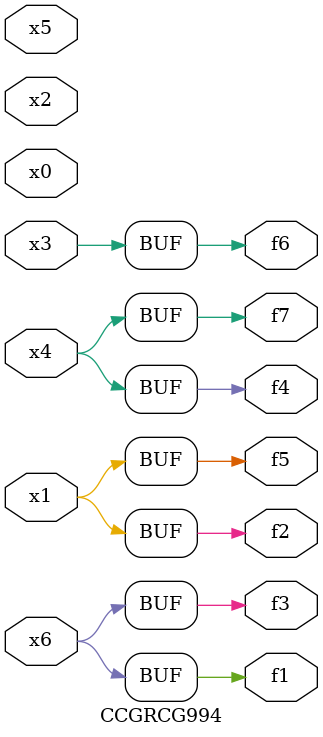
<source format=v>
module CCGRCG994(
	input x0, x1, x2, x3, x4, x5, x6,
	output f1, f2, f3, f4, f5, f6, f7
);
	assign f1 = x6;
	assign f2 = x1;
	assign f3 = x6;
	assign f4 = x4;
	assign f5 = x1;
	assign f6 = x3;
	assign f7 = x4;
endmodule

</source>
